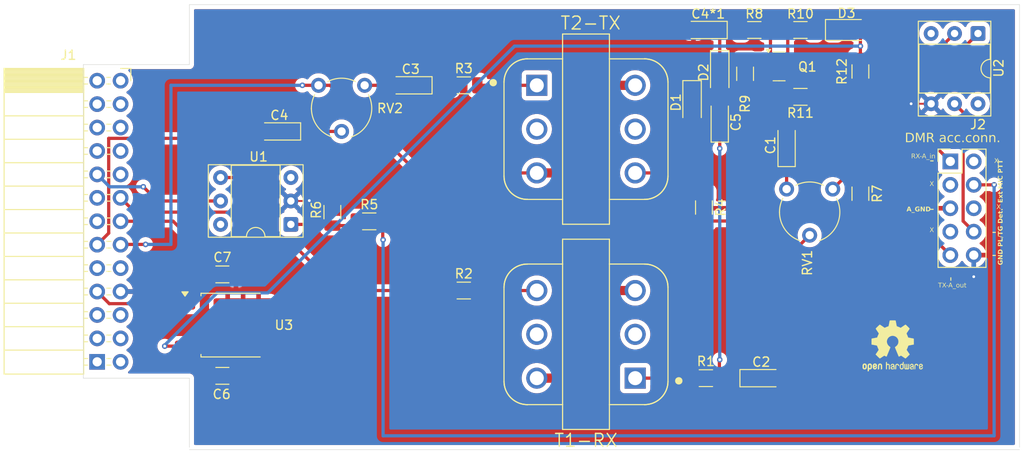
<source format=kicad_pcb>
(kicad_pcb (version 20241229) (generator "pcbnew") (generator_version "9.0")
  (title_block (title "DMR Mobile Radio to Tetra MTM5400 GW-Interface") (date "2026-02-20") (rev "V 3.0"))
  (layers (0 "F.Cu" signal) (2 "B.Cu" signal) (13 "F.Paste" user) (15 "B.Paste" user) (5 "F.SilkS" user "F.Silkscreen") (7 "B.SilkS" user "B.Silkscreen") (1 "F.Mask" user) (3 "B.Mask" user) (25 "Edge.Cuts" user))
  (net 0 "")
  (net 1 "/A_PTT")
  (net 2 "Net-(D2-K)")
  (net 3 "Net-(C1-Pad1)")
  (net 4 "Net-(J2-Pin_1)")
  (net 5 "Net-(D1-K)")
  (net 6 "Net-(C2-Pad2)")
  (net 7 "Net-(C3-Pad2)")
  (net 8 "Net-(C3-Pad1)")
  (net 9 "Net-(C4-Pad1)")
  (net 10 "Net-(J1-TX_Audio)")
  (net 15 "GNDA")
  (net 21 "Net-(D3-A)")
  (net 24 "GND")
  (net 29 "Net-(J1-GND_MIC)")
  (net 30 "Net-(J1-RX_Audio)")
  (net 33 "Net-(J1-PTT)")
  (net 36 "Net-(J2-Pin_4)")
  (net 38 "GNDS")
  (net 40 "Net-(J2-Pin_9)")
  (net 41 "Net-(J2-Pin_8)")
  (net 42 "Net-(R1-Pad1)")
  (net 43 "Net-(R2-Pad2)")
  (net 44 "Net-(R3-Pad2)")
  (net 45 "Net-(R4-Pad1)")
  (net 46 "Net-(R5-Pad1)")
  (net 47 "Net-(R7-Pad1)")
  (net 48 "/+12V")
  (net 57 "Net-(D3-K)")
  (net 60 "Net-(Q1-C)")
  (net 61 "Net-(Q1-B)")
  (net 62 "Net-(R11-Pad1)")
  (net 63 "Net-(R12-Pad2)")
  (footprint "Potentiometer_THT:Potentiometer_Piher_PT-6-V_Vertical" (layer "F.Cu") (at 94 81.25 -90)
    (property "Reference" "RV2" (at 2.5 -7.75 0) (layer "F.SilkS"))
    (property "Value" "10K" (hide yes))
    (pad "1" thru_hole circle (at 0 0 270) (size 1.62 1.62) (drill 0.9) (layers "*.Cu" "*.Mask") (net 15 "GNDA"))
    (pad "2" thru_hole circle (at 5 -2.5 270) (size 1.62 1.62) (drill 0.9) (layers "*.Cu" "*.Mask") (net 9 "Net-(C4-Pad1)"))
    (pad "3" thru_hole circle (at 0 -5 270) (size 1.62 1.62) (drill 0.9) (layers "*.Cu" "*.Mask") (net 7 "Net-(C3-Pad2)"))
  )
  (footprint "Resistor_SMD:R_1206_3216Metric" (layer "F.Cu") (at 109.75 103.5)
    (property "Reference" "R2" (at 0 -1.82 0) (layer "F.SilkS"))
    (property "Value" "68R")
    (pad "1" smd roundrect (at -1.4625 0) (size 1.125 1.75) (layers "F.Cu" "F.Mask" "F.Paste") (roundrect_rratio 0.222222) (net 30 "Net-(J1-RX_Audio)"))
    (pad "2" smd roundrect (at 1.4625 0) (size 1.125 1.75) (layers "F.Cu" "F.Mask" "F.Paste") (roundrect_rratio 0.222222) (net 43 "Net-(R2-Pad2)"))
  )
  (footprint "LED_SMD:LED_1206_3216Metric" (layer "F.Cu") (at 151.25 75.25)
    (property "Reference" "D3" (at 0 -1.82 0) (layer "F.SilkS"))
    (property "Value" "LED" (hide yes))
    (pad "1" smd roundrect (at -1.4 0) (size 1.25 1.75) (layers "F.Cu" "F.Mask" "F.Paste") (roundrect_rratio 0.2) (net 57 "Net-(D3-K)"))
    (pad "2" smd roundrect (at 1.4 0) (size 1.25 1.75) (layers "F.Cu" "F.Mask" "F.Paste") (roundrect_rratio 0.2) (net 21 "Net-(D3-A)"))
  )
  (footprint "Connector_PinSocket_2.54mm:MTM5400_1" (layer "F.Cu") (at 72.54 80.75)
    (property "Reference" "J1" (at -5.65 -2.77 0) (layer "F.SilkS"))
    (property "Value" "MTM5400 acc.con.")
    (pad "1" thru_hole rect (at -2.54 30.48) (size 1.7 1.7) (drill 1) (layers "*.Cu" "*.Mask"))
    (pad "2" thru_hole oval (at 0 30.48) (size 1.7 1.7) (drill 1) (layers "*.Cu" "*.Mask"))
    (pad "3" thru_hole oval (at -2.54 27.94) (size 1.7 1.7) (drill 1) (layers "*.Cu" "*.Mask"))
    (pad "4" thru_hole oval (at 0 27.94) (size 1.7 1.7) (drill 1) (layers "*.Cu" "*.Mask"))
    (pad "5" thru_hole oval (at -2.54 25.4) (size 1.7 1.7) (drill 1) (layers "*.Cu" "*.Mask"))
    (pad "6" thru_hole oval (at 0 25.4) (size 1.7 1.7) (drill 1) (layers "*.Cu" "*.Mask"))
    (pad "7" thru_hole oval (at -2.54 22.86) (size 1.7 1.7) (drill 1) (layers "*.Cu" "*.Mask") (net 48 "/+12V"))
    (pad "8" thru_hole oval (at 0 22.86) (size 1.7 1.7) (drill 1) (layers "*.Cu" "*.Mask") (net 24 "GND"))
    (pad "9" thru_hole oval (at -2.54 20.32) (size 1.7 1.7) (drill 1) (layers "*.Cu" "*.Mask"))
    (pad "10" thru_hole oval (at 0 20.32) (size 1.7 1.7) (drill 1) (layers "*.Cu" "*.Mask"))
    (pad "11" thru_hole oval (at -2.54 17.78) (size 1.7 1.7) (drill 1) (layers "*.Cu" "*.Mask") (net 10 "Net-(J1-TX_Audio)"))
    (pad "12" thru_hole oval (at 0 17.78) (size 1.7 1.7) (drill 1) (layers "*.Cu" "*.Mask") (net 15 "GNDA"))
    (pad "13" thru_hole oval (at -2.54 15.24) (size 1.7 1.7) (drill 1) (layers "*.Cu" "*.Mask"))
    (pad "14" thru_hole oval (at 0 15.24) (size 1.7 1.7) (drill 1) (layers "*.Cu" "*.Mask") (net 30 "Net-(J1-RX_Audio)"))
    (pad "15" thru_hole oval (at -2.54 12.7) (size 1.7 1.7) (drill 1) (layers "*.Cu" "*.Mask"))
    (pad "16" thru_hole oval (at 0 12.7) (size 1.7 1.7) (drill 1) (layers "*.Cu" "*.Mask") (net 29 "Net-(J1-GND_MIC)"))
    (pad "17" thru_hole oval (at -2.54 10.16) (size 1.7 1.7) (drill 1) (layers "*.Cu" "*.Mask") (net 33 "Net-(J1-PTT)"))
    (pad "18" thru_hole oval (at 0 10.16) (size 1.7 1.7) (drill 1) (layers "*.Cu" "*.Mask"))
    (pad "19" thru_hole oval (at -2.54 7.62) (size 1.7 1.7) (drill 1) (layers "*.Cu" "*.Mask"))
    (pad "20" thru_hole oval (at 0 7.62) (size 1.7 1.7) (drill 1) (layers "*.Cu" "*.Mask"))
    (pad "21" thru_hole oval (at -2.54 5.08) (size 1.7 1.7) (drill 1) (layers "*.Cu" "*.Mask"))
    (pad "22" thru_hole oval (at 0 5.08) (size 1.7 1.7) (drill 1) (layers "*.Cu" "*.Mask"))
    (pad "23" thru_hole oval (at -2.54 2.54) (size 1.7 1.7) (drill 1) (layers "*.Cu" "*.Mask"))
    (pad "24" thru_hole oval (at 0 2.54) (size 1.7 1.7) (drill 1) (layers "*.Cu" "*.Mask"))
    (pad "25" thru_hole oval (at -2.54 0) (size 1.7 1.7) (drill 1) (layers "*.Cu" "*.Mask"))
    (pad "26" thru_hole oval (at 0 0) (size 1.7 1.7) (drill 1) (layers "*.Cu" "*.Mask"))
  )
  (footprint "Capacitor_Tantalum_SMD:CP_EIA-3216-12_Kemet-S" (layer "F.Cu") (at 137.5 85.1 90)
    (property "Reference" "C5" (at -0.15 1.75 90) (layer "F.SilkS"))
    (property "Value" "4u7" (hide yes))
    (pad "1" smd roundrect (at -1.35 0 90) (size 1.4 1.35) (layers "F.Cu" "F.Mask" "F.Paste") (roundrect_rratio 0.185185) (net 1 "/A_PTT"))
    (pad "2" smd roundrect (at 1.35 0 90) (size 1.4 1.35) (layers "F.Cu" "F.Mask" "F.Paste") (roundrect_rratio 0.185185) (net 5 "Net-(D1-K)"))
  )
  (footprint "Capacitor_SMD:C_1206_3216Metric" (layer "F.Cu") (at 83.575 101.75)
    (property "Reference" "C7" (at 0 -1.85 0) (layer "F.SilkS"))
    (property "Value" "10u" (hide yes))
    (pad "1" smd roundrect (at -1.475 0) (size 1.15 1.8) (layers "F.Cu" "F.Mask" "F.Paste") (roundrect_rratio 0.217391) (net 48 "/+12V"))
    (pad "2" smd roundrect (at 1.475 0) (size 1.15 1.8) (layers "F.Cu" "F.Mask" "F.Paste") (roundrect_rratio 0.217391) (net 24 "GND"))
  )
  (footprint "Resistor_SMD:R_1206_3216Metric" (layer "F.Cu") (at 152.75 93 -90)
    (property "Reference" "R7" (at 0 -1.82 90) (layer "F.SilkS"))
    (property "Value" "100R" (hide yes))
    (pad "1" smd roundrect (at -1.4625 0 270) (size 1.125 1.75) (layers "F.Cu" "F.Mask" "F.Paste") (roundrect_rratio 0.222222) (net 47 "Net-(R7-Pad1)"))
    (pad "2" smd roundrect (at 1.4625 0 270) (size 1.125 1.75) (layers "F.Cu" "F.Mask" "F.Paste") (roundrect_rratio 0.222222) (net 38 "GNDS"))
  )
  (footprint "Package_TO_SOT_SMD:SOT-23" (layer "F.Cu") (at 143.9375 79.2)
    (property "Reference" "Q1" (at 3.0625 0.05 0) (layer "F.SilkS"))
    (property "Value" "BC817" (hide yes))
    (pad "1" smd roundrect (at -0.9375 -0.95) (size 1.475 0.6) (layers "F.Cu" "F.Mask" "F.Paste") (net 61 "Net-(Q1-B)"))
    (pad "2" smd roundrect (at -0.9375 0.95) (size 1.475 0.6) (layers "F.Cu" "F.Mask" "F.Paste") (net 24 "GND"))
    (pad "3" smd roundrect (at 0.9375 0) (size 1.475 0.6) (layers "F.Cu" "F.Mask" "F.Paste") (net 60 "Net-(Q1-C)"))
  )
  (footprint "Capacitor_Tantalum_SMD:CP_EIA-3216-12_Kemet-S" (layer "F.Cu") (at 104 81.25 180)
    (property "Reference" "C3" (at 0 1.75 0) (layer "F.SilkS"))
    (property "Value" "4u7/16V" (hide yes))
    (pad "1" smd roundrect (at -1.35 0 180) (size 1.4 1.35) (layers "F.Cu" "F.Mask" "F.Paste") (roundrect_rratio 0.185185) (net 8 "Net-(C3-Pad1)"))
    (pad "2" smd roundrect (at 1.35 0 180) (size 1.4 1.35) (layers "F.Cu" "F.Mask" "F.Paste") (roundrect_rratio 0.185185) (net 7 "Net-(C3-Pad2)"))
  )
  (footprint "Resistor_SMD:R_1206_3216Metric" (layer "F.Cu") (at 99.5 96)
    (property "Reference" "R5" (at 0 -1.82 0) (layer "F.SilkS"))
    (property "Value" "330R" (hide yes))
    (pad "1" smd roundrect (at -1.4625 0) (size 1.125 1.75) (layers "F.Cu" "F.Mask" "F.Paste") (roundrect_rratio 0.222222) (net 46 "Net-(R5-Pad1)"))
    (pad "2" smd roundrect (at 1.4625 0) (size 1.125 1.75) (layers "F.Cu" "F.Mask" "F.Paste") (roundrect_rratio 0.222222) (net 36 "Net-(J2-Pin_4)"))
  )
  (footprint "Package_DIP:DIP-6_W7.62mm_Socket" (layer "F.Cu") (at 165.5 75.63 -90)
    (property "Reference" "U2" (at 3.75 -2.25 90) (layer "F.SilkS"))
    (property "Value" "CNY17-2" (hide yes))
    (pad "1" thru_hole roundrect (at 0 0 270) (size 1.6 1.6) (drill 0.8) (layers "*.Cu" "*.Mask") (roundrect_rratio 0.15625) (net 63 "Net-(R12-Pad2)"))
    (pad "2" thru_hole circle (at 0 2.54 270) (size 1.6 1.6) (drill 0.8) (layers "*.Cu" "*.Mask") (net 62 "Net-(R11-Pad1)"))
    (pad "3" thru_hole circle (at 0 5.08 270) (size 1.6 1.6) (drill 0.8) (layers "*.Cu" "*.Mask"))
    (pad "4" thru_hole circle (at 7.62 5.08 270) (size 1.6 1.6) (drill 0.8) (layers "*.Cu" "*.Mask") (net 24 "GND"))
    (pad "5" thru_hole circle (at 7.62 2.54 270) (size 1.6 1.6) (drill 0.8) (layers "*.Cu" "*.Mask") (net 41 "Net-(J2-Pin_8)"))
    (pad "6" thru_hole circle (at 7.62 0 270) (size 1.6 1.6) (drill 0.8) (layers "*.Cu" "*.Mask"))
  )
  (footprint "Resistor_SMD:R_1206_3216Metric" (layer "F.Cu") (at 135.7875 94.5 -90)
    (property "Reference" "R4" (at 0 -1.82 90) (layer "F.SilkS"))
    (property "Value" "68R" (hide yes))
    (pad "1" smd roundrect (at -1.4625 0 270) (size 1.125 1.75) (layers "F.Cu" "F.Mask" "F.Paste") (roundrect_rratio 0.222222) (net 45 "Net-(R4-Pad1)"))
    (pad "2" smd roundrect (at 1.4625 0 270) (size 1.125 1.75) (layers "F.Cu" "F.Mask" "F.Paste") (roundrect_rratio 0.222222) (net 40 "Net-(J2-Pin_9)"))
  )
  (footprint "Diode_SMD:D_SOD-123" (layer "F.Cu") (at 134.5 83.1 -90)
    (property "Reference" "D1" (at 0 1.75 90) (layer "F.SilkS"))
    (property "Value" "1N4148" (hide yes))
    (pad "1" smd roundrect (at -1.65 0 270) (size 0.9 1.2) (layers "F.Cu" "F.Mask" "F.Paste") (net 5 "Net-(D1-K)"))
    (pad "2" smd roundrect (at 1.65 0 270) (size 0.9 1.2) (layers "F.Cu" "F.Mask" "F.Paste") (net 24 "GND"))
  )
  (footprint "Resistor_SMD:R_1206_3216Metric" (layer "F.Cu") (at 141.25 75.25 180)
    (property "Reference" "R8" (at 0 1.75 0) (layer "F.SilkS"))
    (property "Value" "470R" (hide yes))
    (pad "1" smd roundrect (at -1.4625 0 180) (size 1.125 1.75) (layers "F.Cu" "F.Mask" "F.Paste") (roundrect_rratio 0.222222) (net 61 "Net-(Q1-B)"))
    (pad "2" smd roundrect (at 1.4625 0 180) (size 1.125 1.75) (layers "F.Cu" "F.Mask" "F.Paste") (roundrect_rratio 0.222222) (net 2 "Net-(D2-K)"))
  )
  (footprint "TY-145P:XFMR_TY-145P" (layer "F.Cu") (at 123 108.25 180)
    (property "Reference" "T1-RX" (at 0 -11.5 0) (layer "F.SilkS") (effects (font (size 1.400252 1.400252))))
    (property "Value" "600ohm 1:1")
    (pad "1" thru_hole rect (at -5.334 -4.7498 180) (size 2.286 2.286) (drill 1.524) (layers "*.Cu" "*.Mask") (net 42 "Net-(R1-Pad1)"))
    (pad "2" thru_hole circle (at -5.334 0 180) (size 2.286 2.286) (drill 1.524) (layers "*.Cu" "*.Mask"))
    (pad "3" thru_hole circle (at -5.334 4.7498 180) (size 2.286 2.286) (drill 1.524) (layers "*.Cu" "*.Mask") (net 38 "GNDS"))
    (pad "4" thru_hole circle (at 5.334 4.7498 180) (size 2.286 2.286) (drill 1.524) (layers "*.Cu" "*.Mask") (net 43 "Net-(R2-Pad2)"))
    (pad "5" thru_hole circle (at 5.334 0 180) (size 2.286 2.286) (drill 1.524) (layers "*.Cu" "*.Mask"))
    (pad "6" thru_hole circle (at 5.334 -4.7498 180) (size 2.286 2.286) (drill 1.524) (layers "*.Cu" "*.Mask") (net 15 "GNDA"))
  )
  (footprint "Capacitor_Tantalum_SMD:CP_EIA-3216-12_Kemet-S" (layer "F.Cu") (at 89.75 86.25 180)
    (property "Reference" "C4" (at 0 1.75 0) (layer "F.SilkS"))
    (property "Value" "4u7/16V" (hide yes))
    (pad "1" smd roundrect (at -1.35 0 180) (size 1.4 1.35) (layers "F.Cu" "F.Mask" "F.Paste") (roundrect_rratio 0.185185) (net 9 "Net-(C4-Pad1)"))
    (pad "2" smd roundrect (at 1.35 0 180) (size 1.4 1.35) (layers "F.Cu" "F.Mask" "F.Paste") (roundrect_rratio 0.185185) (net 10 "Net-(J1-TX_Audio)"))
  )
  (footprint "Resistor_SMD:R_1206_3216Metric" (layer "F.Cu") (at 152.75 79.75 -90)
    (property "Reference" "R12" (at 0 2 90) (layer "F.SilkS"))
    (property "Value" "1K" (hide yes))
    (pad "1" smd roundrect (at -1.4625 0 270) (size 1.125 1.75) (layers "F.Cu" "F.Mask" "F.Paste") (roundrect_rratio 0.222222) (net 21 "Net-(D3-A)"))
    (pad "2" smd roundrect (at 1.4625 0 270) (size 1.125 1.75) (layers "F.Cu" "F.Mask" "F.Paste") (roundrect_rratio 0.222222) (net 63 "Net-(R12-Pad2)"))
  )
  (footprint "Package_TO_SOT_SMD:TO-252-2" (layer "F.Cu") (at 84.565 107.25)
    (property "Reference" "U3" (at 5.685 0 0) (layer "F.SilkS"))
    (property "Value" "L7805" (hide yes))
    (pad "1" smd roundrect (at -5.04 -2.28) (size 2.2 1.2) (layers "F.Cu" "F.Mask" "F.Paste") (roundrect_rratio 0.208333) (net 48 "/+12V"))
    (pad "2" smd roundrect (at -0.415 -1.525) (size 3.05 2.75) (layers "F.Cu" "F.Paste") (roundrect_rratio 0.090909) (net 24 "GND"))
    (pad "2" smd roundrect (at -0.415 1.525) (size 3.05 2.75) (layers "F.Cu" "F.Paste") (roundrect_rratio 0.090909) (net 24 "GND"))
    (pad "2" smd roundrect (at 1.26 0) (size 6.4 5.8) (layers "F.Cu" "F.Mask") (roundrect_rratio 0.043103) (net 24 "GND"))
    (pad "2" smd roundrect (at 2.935 -1.525) (size 3.05 2.75) (layers "F.Cu" "F.Paste") (roundrect_rratio 0.090909) (net 24 "GND"))
    (pad "2" smd roundrect (at 2.935 1.525) (size 3.05 2.75) (layers "F.Cu" "F.Paste") (roundrect_rratio 0.090909) (net 24 "GND"))
    (pad "3" smd roundrect (at -5.04 2.28) (size 2.2 1.2) (layers "F.Cu" "F.Mask" "F.Paste") (roundrect_rratio 0.208333) (net 21 "Net-(D3-A)"))
  )
  (footprint "Capacitor_Tantalum_SMD:CP_EIA-3216-12_Kemet-S" (layer "F.Cu") (at 136 75.25 180)
    (property "Reference" "C4*1" (at -0.25 1.75 0) (layer "F.SilkS"))
    (property "Value" "1u ~ 47u" (hide yes))
    (pad "1" smd roundrect (at -1.35 0 180) (size 1.4 1.35) (layers "F.Cu" "F.Mask" "F.Paste") (roundrect_rratio 0.185185) (net 2 "Net-(D2-K)"))
    (pad "2" smd roundrect (at 1.35 0 180) (size 1.4 1.35) (layers "F.Cu" "F.Mask" "F.Paste") (roundrect_rratio 0.185185) (net 24 "GND"))
  )
  (footprint "Package_DIP:DIP-6_W7.62mm_Socket" (layer "F.Cu") (at 91 96.33 180)
    (property "Reference" "U1" (at 3.5 7.33 0) (layer "F.SilkS"))
    (property "Value" "CNY17-2" (hide yes))
    (pad "1" thru_hole roundrect (at 0 0 180) (size 1.6 1.6) (drill 0.8) (layers "*.Cu" "*.Mask") (roundrect_rratio 0.15625) (net 46 "Net-(R5-Pad1)"))
    (pad "2" thru_hole circle (at 0 2.54 180) (size 1.6 1.6) (drill 0.8) (layers "*.Cu" "*.Mask") (net 24 "GND"))
    (pad "3" thru_hole circle (at 0 5.08 180) (size 1.6 1.6) (drill 0.8) (layers "*.Cu" "*.Mask"))
    (pad "4" thru_hole circle (at 7.62 5.08 180) (size 1.6 1.6) (drill 0.8) (layers "*.Cu" "*.Mask") (net 29 "Net-(J1-GND_MIC)"))
    (pad "5" thru_hole circle (at 7.62 2.54 180) (size 1.6 1.6) (drill 0.8) (layers "*.Cu" "*.Mask") (net 33 "Net-(J1-PTT)"))
    (pad "6" thru_hole circle (at 7.62 0 180) (size 1.6 1.6) (drill 0.8) (layers "*.Cu" "*.Mask"))
  )
  (footprint "Resistor_SMD:R_1206_3216Metric" (layer "F.Cu") (at 95.5 95 -90)
    (property "Reference" "R6" (at -0.25 1.75 90) (layer "F.SilkS"))
    (property "Value" "10K" (hide yes))
    (pad "1" smd roundrect (at -1.4625 0 270) (size 1.125 1.75) (layers "F.Cu" "F.Mask" "F.Paste") (roundrect_rratio 0.222222) (net 24 "GND"))
    (pad "2" smd roundrect (at 1.4625 0 270) (size 1.125 1.75) (layers "F.Cu" "F.Mask" "F.Paste") (roundrect_rratio 0.222222) (net 46 "Net-(R5-Pad1)"))
  )
  (footprint "Resistor_SMD:R_1206_3216Metric" (layer "F.Cu") (at 146.25 75.25)
    (property "Reference" "R10" (at 0 -1.75 0) (layer "F.SilkS"))
    (property "Value" "4K7" (hide yes))
    (pad "1" smd roundrect (at -1.4625 0) (size 1.125 1.75) (layers "F.Cu" "F.Mask" "F.Paste") (roundrect_rratio 0.222222) (net 60 "Net-(Q1-C)"))
    (pad "2" smd roundrect (at 1.4625 0) (size 1.125 1.75) (layers "F.Cu" "F.Mask" "F.Paste") (roundrect_rratio 0.222222) (net 57 "Net-(D3-K)"))
  )
  (footprint "Diode_SMD:D_SOD-123" (layer "F.Cu") (at 137.5 79.85 -90)
    (property "Reference" "D2" (at 0 1.75 90) (layer "F.SilkS"))
    (property "Value" "1N4148" (hide yes))
    (pad "1" smd roundrect (at -1.65 0 270) (size 0.9 1.2) (layers "F.Cu" "F.Mask" "F.Paste") (net 2 "Net-(D2-K)"))
    (pad "2" smd roundrect (at 1.65 0 270) (size 0.9 1.2) (layers "F.Cu" "F.Mask" "F.Paste") (net 5 "Net-(D1-K)"))
  )
  (footprint "Connector_PinHeader_2.54mm:PinHeader_2x05_P2.54mm_Vertical" (layer "F.Cu") (at 162.5 89.5)
    (property "Reference" "J2" (at 3 -4 0) (layer "F.SilkS"))
    (property "Value" "DMR acc.conn." (at 0.25 -2.5 0) (layer "F.SilkS"))
    (pad "1" thru_hole rect (at 0 0) (size 1.7 1.7) (drill 1) (layers "*.Cu" "*.Mask") (net 4 "Net-(J2-Pin_1)"))
    (pad "2" thru_hole oval (at 2.54 0) (size 1.7 1.7) (drill 1) (layers "*.Cu" "*.Mask"))
    (pad "3" thru_hole oval (at 0 2.54) (size 1.7 1.7) (drill 1) (layers "*.Cu" "*.Mask"))
    (pad "4" thru_hole oval (at 2.54 2.54) (size 1.7 1.7) (drill 1) (layers "*.Cu" "*.Mask") (net 36 "Net-(J2-Pin_4)"))
    (pad "5" thru_hole oval (at 0 5.08) (size 1.7 1.7) (drill 1) (layers "*.Cu" "*.Mask") (net 38 "GNDS"))
    (pad "6" thru_hole oval (at 2.54 5.08) (size 1.7 1.7) (drill 1) (layers "*.Cu" "*.Mask"))
    (pad "7" thru_hole oval (at 0 7.62) (size 1.7 1.7) (drill 1) (layers "*.Cu" "*.Mask"))
    (pad "8" thru_hole oval (at 2.54 7.62) (size 1.7 1.7) (drill 1) (layers "*.Cu" "*.Mask") (net 41 "Net-(J2-Pin_8)"))
    (pad "9" thru_hole oval (at 0 10.16) (size 1.7 1.7) (drill 1) (layers "*.Cu" "*.Mask") (net 40 "Net-(J2-Pin_9)"))
    (pad "10" thru_hole oval (at 2.54 10.16) (size 1.7 1.7) (drill 1) (layers "*.Cu" "*.Mask") (net 24 "GND"))
  )
  (footprint "Potentiometer_THT:Potentiometer_Piher_PT-6-V_Vertical" (layer "F.Cu") (at 144.75 92.5 -90)
    (property "Reference" "RV1" (at 8 -2.25 90) (layer "F.SilkS"))
    (property "Value" "100K" (hide yes))
    (pad "1" thru_hole circle (at 0 0 270) (size 1.62 1.62) (drill 0.9) (layers "*.Cu" "*.Mask") (net 3 "Net-(C1-Pad1)"))
    (pad "2" thru_hole circle (at 5 -2.5 270) (size 1.62 1.62) (drill 0.9) (layers "*.Cu" "*.Mask") (net 6 "Net-(C2-Pad2)"))
    (pad "3" thru_hole circle (at 0 -5 270) (size 1.62 1.62) (drill 0.9) (layers "*.Cu" "*.Mask") (net 47 "Net-(R7-Pad1)"))
  )
  (footprint "Resistor_SMD:R_1206_3216Metric" (layer "F.Cu") (at 146.25 82.5 180)
    (property "Reference" "R11" (at 0 -1.75 0) (layer "F.SilkS"))
    (property "Value" "100R" (hide yes))
    (pad "1" smd roundrect (at -1.4625 0 180) (size 1.125 1.75) (layers "F.Cu" "F.Mask" "F.Paste") (roundrect_rratio 0.222222) (net 62 "Net-(R11-Pad1)"))
    (pad "2" smd roundrect (at 1.4625 0 180) (size 1.125 1.75) (layers "F.Cu" "F.Mask" "F.Paste") (roundrect_rratio 0.222222) (net 60 "Net-(Q1-C)"))
  )
  (footprint "Resistor_SMD:R_1206_3216Metric" (layer "F.Cu") (at 136 113)
    (property "Reference" "R1" (at 0 -1.82 0) (layer "F.SilkS"))
    (property "Value" "68R" (hide yes))
    (pad "1" smd roundrect (at -1.4625 0) (size 1.125 1.75) (layers "F.Cu" "F.Mask" "F.Paste") (roundrect_rratio 0.222222) (net 42 "Net-(R1-Pad1)"))
    (pad "2" smd roundrect (at 1.4625 0) (size 1.125 1.75) (layers "F.Cu" "F.Mask" "F.Paste") (roundrect_rratio 0.222222) (net 1 "/A_PTT"))
  )
  (footprint "Capacitor_Tantalum_SMD:CP_EIA-3216-12_Kemet-S" (layer "F.Cu") (at 144.75 87.75 90)
    (property "Reference" "C1" (at 0 -1.75 90) (layer "F.SilkS"))
    (property "Value" "4u7/16V" (hide yes))
    (pad "1" smd roundrect (at -1.35 0 90) (size 1.4 1.35) (layers "F.Cu" "F.Mask" "F.Paste") (roundrect_rratio 0.185185) (net 3 "Net-(C1-Pad1)"))
    (pad "2" smd roundrect (at 1.35 0 90) (size 1.4 1.35) (layers "F.Cu" "F.Mask" "F.Paste") (roundrect_rratio 0.185185) (net 4 "Net-(J2-Pin_1)"))
  )
  (footprint "Capacitor_SMD:C_1206_3216Metric" (layer "F.Cu") (at 83.575 112.75)
    (property "Reference" "C6" (at -0.075 2 0) (layer "F.SilkS"))
    (property "Value" "1u" (hide yes))
    (pad "1" smd roundrect (at -1.475 0) (size 1.15 1.8) (layers "F.Cu" "F.Mask" "F.Paste") (roundrect_rratio 0.217391) (net 21 "Net-(D3-A)"))
    (pad "2" smd roundrect (at 1.475 0) (size 1.15 1.8) (layers "F.Cu" "F.Mask" "F.Paste") (roundrect_rratio 0.217391) (net 24 "GND"))
  )
  (footprint "Resistor_SMD:R_1206_3216Metric" (layer "F.Cu") (at 140.25 80 90)
    (property "Reference" "R9" (at -3.25 0 90) (layer "F.SilkS"))
    (property "Value" "100K" (hide yes))
    (pad "1" smd roundrect (at -1.4625 0 90) (size 1.125 1.75) (layers "F.Cu" "F.Mask" "F.Paste") (roundrect_rratio 0.222222) (net 24 "GND"))
    (pad "2" smd roundrect (at 1.4625 0 90) (size 1.125 1.75) (layers "F.Cu" "F.Mask" "F.Paste") (roundrect_rratio 0.222222) (net 61 "Net-(Q1-B)"))
  )
  (footprint "TY-145P:XFMR_TY-145P" (layer "F.Cu") (at 123 86)
    (property "Reference" "T2-TX" (at 0.5 -11.5 0) (layer "F.SilkS") (effects (font (size 1.400252 1.400252))))
    (property "Value" "600ohm 1:1")
    (pad "1" thru_hole rect (at -5.334 -4.7498) (size 2.286 2.286) (drill 1.524) (layers "*.Cu" "*.Mask") (net 44 "Net-(R3-Pad2)"))
    (pad "2" thru_hole circle (at -5.334 0) (size 2.286 2.286) (drill 1.524) (layers "*.Cu" "*.Mask"))
    (pad "3" thru_hole circle (at -5.334 4.7498) (size 2.286 2.286) (drill 1.524) (layers "*.Cu" "*.Mask") (net 15 "GNDA"))
    (pad "4" thru_hole circle (at 5.334 4.7498) (size 2.286 2.286) (drill 1.524) (layers "*.Cu" "*.Mask") (net 45 "Net-(R4-Pad1)"))
    (pad "5" thru_hole circle (at 5.334 0) (size 2.286 2.286) (drill 1.524) (layers "*.Cu" "*.Mask"))
    (pad "6" thru_hole circle (at 5.334 -4.7498) (size 2.286 2.286) (drill 1.524) (layers "*.Cu" "*.Mask") (net 38 "GNDS"))
  )
  (footprint "Capacitor_Tantalum_SMD:CP_EIA-3216-12_Kemet-S" (layer "F.Cu") (at 142 113)
    (property "Reference" "C2" (at 0 -1.75 0) (layer "F.SilkS"))
    (property "Value" "4u7/16V" (hide yes))
    (pad "1" smd roundrect (at -1.35 0) (size 1.4 1.35) (layers "F.Cu" "F.Mask" "F.Paste") (roundrect_rratio 0.185185) (net 1 "/A_PTT"))
    (pad "2" smd roundrect (at 1.35 0) (size 1.4 1.35) (layers "F.Cu" "F.Mask" "F.Paste") (roundrect_rratio 0.185185) (net 6 "Net-(C2-Pad2)"))
  )
  (footprint "Resistor_SMD:R_1206_3216Metric" (layer "F.Cu") (at 109.75 81.25)
    (property "Reference" "R3" (at 0 -1.82 0) (layer "F.SilkS"))
    (property "Value" "68R" (hide yes))
    (pad "1" smd roundrect (at -1.4625 0) (size 1.125 1.75) (layers "F.Cu" "F.Mask" "F.Paste") (roundrect_rratio 0.222222) (net 8 "Net-(C3-Pad1)"))
    (pad "2" smd roundrect (at 1.4625 0) (size 1.125 1.75) (layers "F.Cu" "F.Mask" "F.Paste") (roundrect_rratio 0.222222) (net 44 "Net-(R3-Pad2)"))
  )
  (footprint "Symbol:OSHW-Logo2_7.3x6mm_SilkScreen" (layer "F.Cu") (at 156.25 109.5)
    (property "Reference" "REF**" (hide yes))
    (property "Value" "OSHW-Logo2_7.3x6mm_SilkScreen" (hide yes))
  )
  (gr_line (start 80 120.5) (end 80 113) (stroke (width 0.05)) (layer "Edge.Cuts"))
  (gr_line (start 170 120.75) (end 80 120.75) (stroke (width 0.05)) (layer "Edge.Cuts"))
  (gr_line (start 80 113) (end 68.5 113) (stroke (width 0.05)) (layer "Edge.Cuts"))
  (gr_line (start 80 79) (end 80 72.5) (stroke (width 0.05)) (layer "Edge.Cuts"))
  (gr_line (start 68.5 79) (end 80 79) (stroke (width 0.05)) (layer "Edge.Cuts"))
  (gr_line (start 80 72.5) (end 170 72.5) (stroke (width 0.05)) (layer "Edge.Cuts"))
  (gr_line (start 68.5 113) (end 68.5 79) (stroke (width 0.05)) (layer "Edge.Cuts"))
  (gr_line (start 170 72.5) (end 170 120.5) (stroke (width 0.05)) (layer "Edge.Cuts"))
  (gr_text "-" (at 167 97.75 0) (layer "F.SilkS") (effects (font (size 1 1) (thickness 0.125)) (justify left bottom)))
  (gr_text "-" (at 167 100.25 0) (layer "F.SilkS") (effects (font (size 1 1) (thickness 0.125)) (justify left bottom)))
  (gr_text "X" (at 160.25 97.25 0) (layer "F.SilkS") (effects (font (size 0.5 0.5) (thickness 0.1)) (justify left bottom)))
  (gr_text "RX-A_in" (at 158.25 89.25 0) (layer "F.SilkS") (effects (font (size 0.5 0.5) (thickness 0.1)) (justify left bottom)))
  (gr_text "X" (at 167.25 89.75 0) (layer "F.SilkS") (effects (font (size 0.5 0.5) (thickness 0.1)) (justify left bottom)))
  (gr_text "GND" (at 168.25 100.75 90) (layer "F.SilkS") (effects (font (size 0.5 0.5) (thickness 0.125) (bold yes)) (justify left bottom)))
  (gr_text "-" (at 160.25 95.25 0) (layer "F.SilkS") (effects (font (size 1 1) (thickness 0.125)) (justify left bottom)))
  (gr_text "PL/TG Det." (at 168.25 98.75 90) (layer "F.SilkS") (effects (font (size 0.5 0.5) (thickness 0.125) (bold yes)) (justify left bottom)))
  (gr_text "X" (at 167.5 94.75 0) (layer "F.SilkS") (effects (font (size 0.5 0.5) (thickness 0.1)) (justify left bottom)))
  (gr_text "-" (at 162 102 270) (layer "F.SilkS") (effects (font (size 1 1) (thickness 0.125)) (justify left bottom)))
  (gr_text "A_GND" (at 157.75 95 0) (layer "F.SilkS") (effects (font (size 0.5 0.5) (thickness 0.125) (bold yes)) (justify left bottom)))
  (gr_text "TX-A_out" (at 161.17 103.25 0) (layer "F.SilkS") (effects (font (size 0.5 0.5) (thickness 0.1)) (justify left bottom)))
  (gr_text "-" (at 160.25 90 0) (layer "F.SilkS") (effects (font (size 1 1) (thickness 0.125)) (justify left bottom)))
  (gr_text "X" (at 160.25 92.25 0) (layer "F.SilkS") (effects (font (size 0.5 0.5) (thickness 0.1)) (justify left bottom)))
  (gr_text "-" (at 167 92.5 0) (layer "F.SilkS") (effects (font (size 1 1) (thickness 0.125)) (justify left bottom)))
  (gr_text "Ext MIC PTT" (at 168.25 94 90) (layer "F.SilkS") (effects (font (size 0.5 0.5) (thickness 0.125) (bold yes)) (justify left bottom)))
  (segment (start 137.5 111) (end 137.4625 111.0375) (width 0.2) (layer "F.Cu") (net 1))
  (segment (start 137.5 88.1) (end 137.5 86.45) (width 0.35) (layer "F.Cu") (net 1))
  (segment (start 137.4625 111.0375) (end 137.4625 113) (width 0.35) (layer "F.Cu") (net 1))
  (segment (start 137.4625 113) (end 140.65 113) (width 0.35) (layer "F.Cu") (net 1))
  (via (at 137.5 111) (size 0.6) (drill 0.3) (layers "F.Cu" "B.Cu") (net 1))
  (via (at 137.5 88.1) (size 0.6) (drill 0.3) (layers "F.Cu" "B.Cu") (net 1))
  (segment (start 137.5 111) (end 137.5 88.1) (width 0.35) (layer "B.Cu") (net 1))
  (segment (start 137.35 75.25) (end 139.7875 75.25) (width 0.35) (layer "F.Cu") (net 2))
  (segment (start 137.5 75.4) (end 137.35 75.25) (width 0.2) (layer "F.Cu") (net 2))
  (segment (start 137.5 78.2) (end 137.5 75.4) (width 0.35) (layer "F.Cu") (net 2))
  (segment (start 144.75 89.1) (end 144.75 92.5) (width 0.35) (layer "F.Cu") (net 3))
  (segment (start 159.4 86.4) (end 162.5 89.5) (width 0.35) (layer "F.Cu") (net 4))
  (segment (start 144.75 86.4) (end 159.4 86.4) (width 0.35) (layer "F.Cu") (net 4))
  (segment (start 137.5 83.75) (end 137.5 81.5) (width 0.35) (layer "F.Cu") (net 5))
  (segment (start 137.45 81.45) (end 137.5 81.5) (width 0.2) (layer "F.Cu") (net 5))
  (segment (start 134.5 81.45) (end 137.45 81.45) (width 0.35) (layer "F.Cu") (net 5))
  (segment (start 143.35 101.4) (end 147.25 97.5) (width 0.35) (layer "F.Cu") (net 6))
  (segment (start 143.35 113) (end 143.35 101.4) (width 0.35) (layer "F.Cu") (net 6))
  (segment (start 102.65 81.25) (end 99 81.25) (width 0.35) (layer "F.Cu") (net 7))
  (segment (start 108.2875 81.25) (end 105.35 81.25) (width 0.35) (layer "F.Cu") (net 8))
  (segment (start 96.5 86.25) (end 91.1 86.25) (width 0.35) (layer "F.Cu") (net 9))
  (segment (start 71.25 97.28) (end 70 98.53) (width 0.35) (layer "F.Cu") (net 10))
  (segment (start 87.65 87) (end 71.25 87) (width 0.35) (layer "F.Cu") (net 10))
  (segment (start 88.4 86.25) (end 87.65 87) (width 0.35) (layer "F.Cu") (net 10))
  (segment (start 71.25 87) (end 71.25 97.28) (width 0.35) (layer "F.Cu") (net 10))
  (segment (start 75.25 98.5) (end 72.51 98.5) (width 0.35) (layer "F.Cu") (net 15))
  (segment (start 104.7498 90.7498) (end 117.666 90.7498) (width 0.35) (layer "F.Cu") (net 15))
  (segment (start 121.25 90.75) (end 121.25 113) (width 1) (layer "F.Cu") (net 15))
  (segment (start 117.666 90.7498) (end 121.2498 90.7498) (width 1) (layer "F.Cu") (net 15))
  (segment (start 121.2498 90.7498) (end 121.25 90.75) (width 0.2) (layer "F.Cu") (net 15))
  (segment (start 94 81.25) (end 95.25 81.25) (width 0.35) (layer "F.Cu") (net 15))
  (segment (start 92.25 81.25) (end 94 81.25) (width 0.35) (layer "F.Cu") (net 15))
  (segment (start 117.666 90.7498) (end 117.9162 91) (width 0.2) (layer "F.Cu") (net 15))
  (segment (start 117.666 112.9998) (end 121.2498 112.9998) (width 1) (layer "F.Cu") (net 15))
  (segment (start 121.2498 112.9998) (end 121.25 113) (width 0.2) (layer "F.Cu") (net 15))
  (segment (start 95.25 81.25) (end 104.7498 90.7498) (width 0.35) (layer "F.Cu") (net 15))
  (via (at 92.25 81.25) (size 0.6) (drill 0.3) (layers "F.Cu" "B.Cu") (net 15))
  (via (at 75.25 98.5) (size 0.6) (drill 0.3) (layers "F.Cu" "B.Cu") (net 15))
  (segment (start 78 81.25) (end 92.25 81.25) (width 0.35) (layer "B.Cu") (net 15))
  (segment (start 75.25 98.5) (end 78 98.5) (width 0.35) (layer "B.Cu") (net 15))
  (segment (start 78 98.5) (end 78 81.25) (width 0.35) (layer "B.Cu") (net 15))
  (segment (start 152.75 77) (end 152.75 75.35) (width 0.35) (layer "F.Cu") (net 21))
  (segment (start 79.525 109.53) (end 82.1 112.105) (width 0.35) (layer "F.Cu") (net 21))
  (segment (start 82.1 112.105) (end 82.1 112.75) (width 0.2) (layer "F.Cu") (net 21))
  (segment (start 152.75 75.35) (end 152.65 75.25) (width 0.2) (layer "F.Cu") (net 21))
  (segment (start 77.325 109.53) (end 79.525 109.53) (width 0.35) (layer "F.Cu") (net 21))
  (segment (start 152.75 77) (end 152.75 78.2875) (width 0.35) (layer "F.Cu") (net 21))
  (via (at 152.75 77) (size 0.6) (drill 0.3) (layers "F.Cu" "B.Cu") (net 21))
  (via (at 77.325 109.53) (size 0.6) (drill 0.3) (layers "F.Cu" "B.Cu") (net 21))
  (segment (start 152.75 77) (end 115.25 77) (width 0.35) (layer "B.Cu") (net 21))
  (segment (start 77.325 109.425) (end 77.325 109.53) (width 0.35) (layer "B.Cu") (net 21))
  (segment (start 83 103.75) (end 77.325 109.425) (width 0.35) (layer "B.Cu") (net 21))
  (segment (start 115.25 77) (end 88.5 103.75) (width 0.35) (layer "B.Cu") (net 21))
  (segment (start 88.5 103.75) (end 83 103.75) (width 0.35) (layer "B.Cu") (net 21))
  (segment (start 93 93.75) (end 92.96 93.79) (width 0.2) (layer "F.Cu") (net 24))
  (segment (start 158.25 83.25) (end 160.42 83.25) (width 0.2) (layer "F.Cu") (net 24))
  (segment (start 92.96 93.79) (end 91 93.79) (width 0.2) (layer "F.Cu") (net 24))
  (segment (start 165.04 102) (end 165.04 99.66) (width 0.2) (layer "F.Cu") (net 24))
  (via (at 158.25 83.25) (size 0.6) (drill 0.3) (layers "F.Cu" "B.Cu") (net 24))
  (via (at 165.04 102) (size 0.6) (drill 0.3) (layers "F.Cu" "B.Cu") (net 24))
  (via (at 93 93.75) (size 0.6) (drill 0.3) (layers "F.Cu" "B.Cu") (net 24))
  (segment (start 86.25 91.25) (end 83.38 91.25) (width 0.35) (layer "F.Cu") (net 29))
  (segment (start 86.25 95) (end 86.25 91.25) (width 0.35) (layer "F.Cu") (net 29))
  (segment (start 74.09 95) (end 86.25 95) (width 0.35) (layer "F.Cu") (net 29))
  (segment (start 72.54 93.45) (end 74.09 95) (width 0.35) (layer "F.Cu") (net 29))
  (segment (start 96.25 103.5) (end 108.2875 103.5) (width 0.35) (layer "F.Cu") (net 30))
  (segment (start 91.75 99) (end 96.25 103.5) (width 0.35) (layer "F.Cu") (net 30))
  (segment (start 81.25 99) (end 91.75 99) (width 0.35) (layer "F.Cu") (net 30))
  (segment (start 72.54 95.99) (end 78.24 95.99) (width 0.35) (layer "F.Cu") (net 30))
  (segment (start 78.24 95.99) (end 81.25 99) (width 0.35) (layer "F.Cu") (net 30))
  (segment (start 76.54 93.79) (end 83.38 93.79) (width 0.35) (layer "F.Cu") (net 33))
  (segment (start 75 92.25) (end 76.54 93.79) (width 0.35) (layer "F.Cu") (net 33))
  (via (at 75 92.25) (size 0.6) (drill 0.3) (layers "F.Cu" "B.Cu") (net 33))
  (segment (start 71.34 92.25) (end 75 92.25) (width 0.35) (layer "B.Cu") (net 33))
  (segment (start 70 90.91) (end 71.34 92.25) (width 0.35) (layer "B.Cu") (net 33))
  (segment (start 101 98) (end 100.9625 97.9625) (width 0.2) (layer "F.Cu") (net 36))
  (segment (start 165.04 92.04) (end 167.25 92.04) (width 0.35) (layer "F.Cu") (net 36))
  (segment (start 100.9625 97.9625) (end 100.9625 96) (width 0.35) (layer "F.Cu") (net 36))
  (via (at 167.25 92.04) (size 0.6) (drill 0.3) (layers "F.Cu" "B.Cu") (net 36))
  (via (at 101 98) (size 0.6) (drill 0.3) (layers "F.Cu" "B.Cu") (net 36))
  (segment (start 101 98) (end 101 119.25) (width 0.35) (layer "B.Cu") (net 36))
  (segment (start 101 119.25) (end 167.25 119.25) (width 0.35) (layer "B.Cu") (net 36))
  (segment (start 167.25 119.25) (end 167.25 92.04) (width 0.35) (layer "B.Cu") (net 36))
  (segment (start 125 81.25) (end 125 94.75) (width 1) (layer "F.Cu") (net 38))
  (segment (start 125 94.75) (end 125 103.5) (width 1) (layer "F.Cu") (net 38))
  (segment (start 162.5 94.58) (end 125.17 94.58) (width 0.5) (layer "F.Cu") (net 38))
  (segment (start 125.17 94.58) (end 125 94.75) (width 0.2) (layer "F.Cu") (net 38))
  (segment (start 125.0002 103.5002) (end 128.334 103.5002) (width 1) (layer "F.Cu") (net 38))
  (segment (start 128.334 81.2502) (end 125.0002 81.2502) (width 1) (layer "F.Cu") (net 38))
  (segment (start 125 103.5) (end 125.0002 103.5002) (width 0.2) (layer "F.Cu") (net 38))
  (segment (start 125.0002 81.2502) (end 125 81.25) (width 0.2) (layer "F.Cu") (net 38))
  (segment (start 158.8025 95.9625) (end 162.5 99.66) (width 0.35) (layer "F.Cu") (net 40))
  (segment (start 135.7875 95.9625) (end 158.8025 95.9625) (width 0.35) (layer "F.Cu") (net 40))
  (segment (start 162.96 83.25) (end 163.889 84.179) (width 0.35) (layer "F.Cu") (net 41))
  (segment (start 163.889 84.179) (end 163.889 95.969) (width 0.35) (layer "F.Cu") (net 41))
  (segment (start 163.889 95.969) (end 165.04 97.12) (width 0.35) (layer "F.Cu") (net 41))
  (segment (start 128.334 112.9998) (end 134.5373 112.9998) (width 0.35) (layer "F.Cu") (net 42))
  (segment (start 134.5373 112.9998) (end 134.5375 113) (width 0.2) (layer "F.Cu") (net 42))
  (segment (start 117.666 103.5002) (end 111.2127 103.5002) (width 0.35) (layer "F.Cu") (net 43))
  (segment (start 111.2127 103.5002) (end 111.2125 103.5) (width 0.2) (layer "F.Cu") (net 43))
  (segment (start 117.666 81.2502) (end 111.2127 81.2502) (width 0.35) (layer "F.Cu") (net 44))
  (segment (start 111.2127 81.2502) (end 111.2125 81.25) (width 0.2) (layer "F.Cu") (net 44))
  (segment (start 117.6658 81.25) (end 117.666 81.2502) (width 0.2) (layer "F.Cu") (net 44))
  (segment (start 133.4998 90.7498) (end 135.7875 93.0375) (width 0.35) (layer "F.Cu") (net 45))
  (segment (start 128.334 90.7498) (end 133.4998 90.7498) (width 0.35) (layer "F.Cu") (net 45))
  (segment (start 91 96.33) (end 95.3675 96.33) (width 0.35) (layer "F.Cu") (net 46))
  (segment (start 95.3675 96.33) (end 95.5 96.4625) (width 0.2) (layer "F.Cu") (net 46))
  (segment (start 97.575 96.4625) (end 98.0375 96) (width 0.2) (layer "F.Cu") (net 46))
  (segment (start 95.5 96.4625) (end 97.575 96.4625) (width 0.35) (layer "F.Cu") (net 46))
  (segment (start 150.7125 91.5375) (end 152.75 91.5375) (width 0.35) (layer "F.Cu") (net 47))
  (segment (start 149.75 92.5) (end 150.7125 91.5375) (width 0.35) (layer "F.Cu") (net 47))
  (segment (start 152.2875 92) (end 152.75 91.5375) (width 0.2) (layer "F.Cu") (net 47))
  (segment (start 79.525 104.97) (end 79.479 104.924) (width 0.35) (layer "F.Cu") (net 48))
  (segment (start 79.479 104.924) (end 71.314 104.924) (width 0.35) (layer "F.Cu") (net 48))
  (segment (start 79.525 104.97) (end 82.1 102.395) (width 0.35) (layer "F.Cu") (net 48))
  (segment (start 82.1 102.395) (end 82.1 101.75) (width 0.2) (layer "F.Cu") (net 48))
  (segment (start 71.314 104.924) (end 70 103.61) (width 0.35) (layer "F.Cu") (net 48))
  (segment (start 147.7125 75.25) (end 149.85 75.25) (width 0.35) (layer "F.Cu") (net 57))
  (segment (start 144.875 75.3375) (end 144.7875 75.25) (width 0.2) (layer "F.Cu") (net 60))
  (segment (start 144.875 82.4125) (end 144.7875 82.5) (width 0.2) (layer "F.Cu") (net 60))
  (segment (start 144.875 79.2) (end 144.875 82.4125) (width 0.35) (layer "F.Cu") (net 60))
  (segment (start 144.875 79.2) (end 144.875 75.3375) (width 0.35) (layer "F.Cu") (net 60))
  (segment (start 140.5375 78.25) (end 140.25 78.5375) (width 0.2) (layer "F.Cu") (net 61))
  (segment (start 143 78.25) (end 140.5375 78.25) (width 0.35) (layer "F.Cu") (net 61))
  (segment (start 143 78.25) (end 143 75.5375) (width 0.35) (layer "F.Cu") (net 61))
  (segment (start 143 75.5375) (end 142.7125 75.25) (width 0.2) (layer "F.Cu") (net 61))
  (segment (start 158.84 79.75) (end 150.4625 79.75) (width 0.35) (layer "F.Cu") (net 62))
  (segment (start 162.96 75.63) (end 158.84 79.75) (width 0.35) (layer "F.Cu") (net 62))
  (segment (start 150.4625 79.75) (end 147.7125 82.5) (width 0.35) (layer "F.Cu") (net 62))
  (segment (start 165.5 75.63) (end 159.9175 81.2125) (width 0.35) (layer "F.Cu") (net 63))
  (segment (start 159.9175 81.2125) (end 152.75 81.2125) (width 0.35) (layer "F.Cu") (net 63))
  (zone (net 24) (net_name "GND") (layers "F.Cu" "B.Cu") (connect_pads (clearance 0.5)) (min_thickness 0.25) (fill yes (thermal_gap 0.5) (thermal_bridge_width 0.5))
    (polygon (pts (xy 68.5 78.75) (xy 80 78.75) (xy 80 72) (xy 170.5 72) (xy 170.5 121) (xy 68.75 121.25) (xy 68.75 112.75)))
  )
)
</source>
